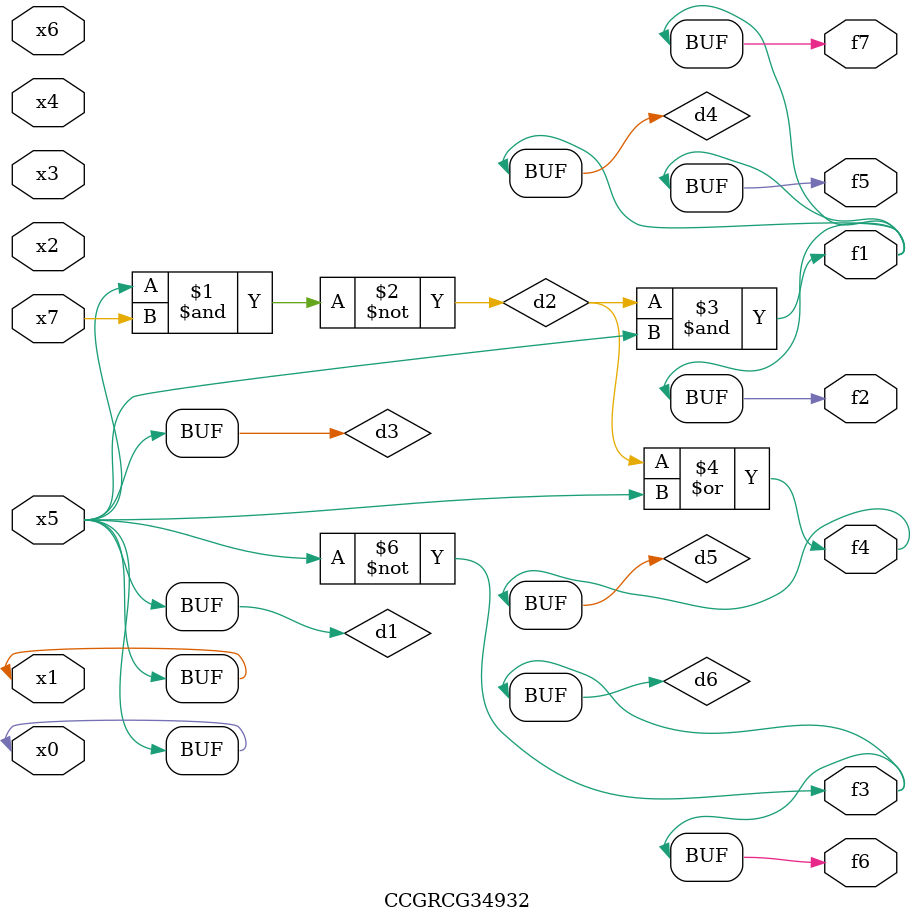
<source format=v>
module CCGRCG34932(
	input x0, x1, x2, x3, x4, x5, x6, x7,
	output f1, f2, f3, f4, f5, f6, f7
);

	wire d1, d2, d3, d4, d5, d6;

	buf (d1, x0, x5);
	nand (d2, x5, x7);
	buf (d3, x0, x1);
	and (d4, d2, d3);
	or (d5, d2, d3);
	nor (d6, d1, d3);
	assign f1 = d4;
	assign f2 = d4;
	assign f3 = d6;
	assign f4 = d5;
	assign f5 = d4;
	assign f6 = d6;
	assign f7 = d4;
endmodule

</source>
